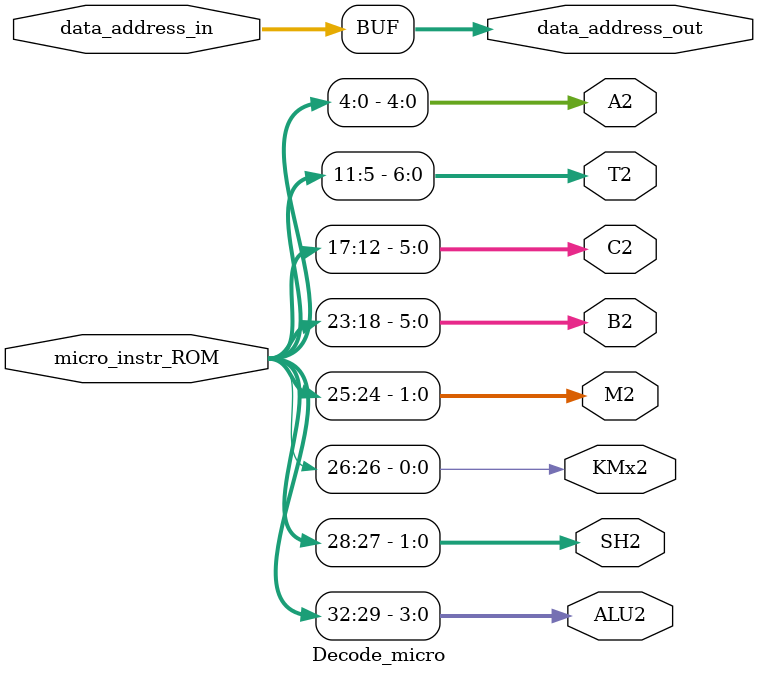
<source format=v>

module Decode_micro (
	micro_instr_ROM,
	data_address_in,
	ALU2,
	SH2,
	KMx2,
	M2,
	B2,
	C2,
	T2,
	A2,
	data_address_out
);

/*****************************************************************
Modulo que implementa la primera microintrucción del pipeline,
habria que chequear que en el momento inicial no flashee cualquiera.
******************************************************************/

	input [32:0]micro_instr_ROM;
	input [10:0] data_address_in;
	output reg [3:0]ALU2;
	output reg [1:0]SH2;
	output reg KMx2;
	output reg [1:0]M2;
	output reg [5:0]B2;
	output reg [5:0]C2;
	output reg [6:0]T2;
	output reg [4:0]A2;
	output reg [10:0]data_address_out;

	always @* 
	begin
		ALU2 = micro_instr_ROM[32:29];
		SH2 = micro_instr_ROM[28:27];
		KMx2 = micro_instr_ROM[26];
		M2 = micro_instr_ROM[25:24];
		B2 = micro_instr_ROM[23:18];
		C2 = micro_instr_ROM[17:12];
		T2 = micro_instr_ROM[11:5];
		A2 = micro_instr_ROM[4:0];
		data_address_out = data_address_in;
	end
	
endmodule
</source>
